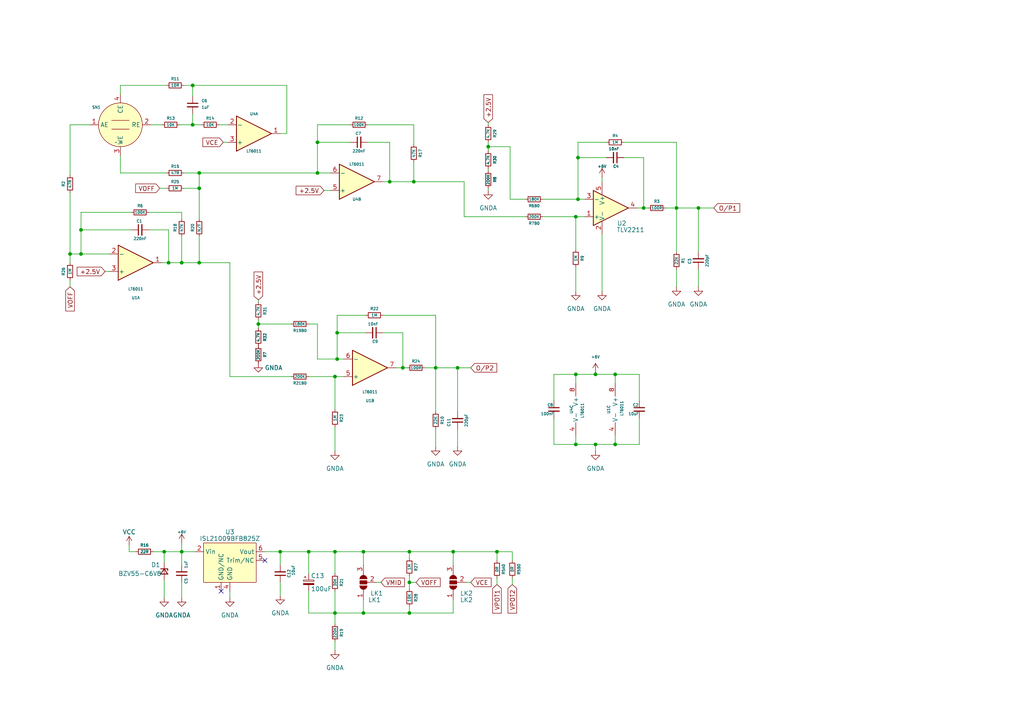
<source format=kicad_sch>
(kicad_sch (version 20250114) (generator "eeschema") (generator_version "9.0")
  (paper "A4")
  (title_block (title "OGS_Board") (date "2024-09-09") (rev "1") (company "Oizom Instruments Private Limited") (comment 1 "H2S / CO / SO2"))
  (lib_symbols
    (symbol "Amplifier_Operational:LM358" (pin_names (offset 0.127))
      (property "Reference" "U" (at 0 5.08 0))
      (property "Value" "LM358" (at 0 -5.08 0))
      (symbol "LM358_1_1"
        (polyline (pts (xy -5.08 5.08) (xy 5.08 0) (xy -5.08 -5.08) (xy -5.08 5.08)) (stroke (width 0.254)) (fill (type background)))
        (pin input line (at -7.62 2.54 0) (length 2.54) (name "+") (number "3"))
        (pin input line (at -7.62 -2.54 0) (length 2.54) (name "-") (number "2"))
        (pin output line (at 7.62 0 180) (length 2.54) (name "~") (number "1"))
      )
      (symbol "LM358_2_1"
        (polyline (pts (xy -5.08 5.08) (xy 5.08 0) (xy -5.08 -5.08) (xy -5.08 5.08)) (stroke (width 0.254)) (fill (type background)))
        (pin input line (at -7.62 2.54 0) (length 2.54) (name "+") (number "5"))
        (pin input line (at -7.62 -2.54 0) (length 2.54) (name "-") (number "6"))
        (pin output line (at 7.62 0 180) (length 2.54) (name "~") (number "7"))
      )
      (symbol "LM358_3_1"
        (pin power_in line (at -2.54 7.62 270) (length 3.81) (name "V+") (number "8"))
        (pin power_in line (at -2.54 -7.62 90) (length 3.81) (name "V-") (number "4"))
      )
    )
    (symbol "Device:C_Polarized_Small" (pin_numbers (hide yes)) (pin_names (offset 0.254) (hide yes))
      (property "Reference" "C" (at 0.254 1.778 0))
      (property "Value" "C_Polarized_Small" (at 0.254 -2.032 0))
      (symbol "C_Polarized_Small_0_1"
        (rectangle (start -1.524 0.6858) (end 1.524 0.3048))
        (rectangle (start -1.524 -0.3048) (end 1.524 -0.6858) (fill (type outline)))
        (polyline (pts (xy -1.27 1.524) (xy -0.762 1.524)))
        (polyline (pts (xy -1.016 1.27) (xy -1.016 1.778)))
      )
      (symbol "C_Polarized_Small_1_1"
        (pin passive line (at 0 2.54 270) (length 1.8542) (name "~") (number "1"))
        (pin passive line (at 0 -2.54 90) (length 1.8542) (name "~") (number "2"))
      )
    )
    (symbol "Device:C_Small" (pin_numbers (hide yes)) (pin_names (offset 0.254) (hide yes))
      (property "Reference" "C" (at 0.254 1.778 0))
      (property "Value" "C_Small" (at 0.254 -2.032 0))
      (symbol "C_Small_0_1"
        (polyline (pts (xy -1.524 0.508) (xy 1.524 0.508)) (stroke (width 0.3048)))
        (polyline (pts (xy -1.524 -0.508) (xy 1.524 -0.508)) (stroke (width 0.3302)))
      )
      (symbol "C_Small_1_1"
        (pin passive line (at 0 2.54 270) (length 2.032) (name "~") (number "1"))
        (pin passive line (at 0 -2.54 90) (length 2.032) (name "~") (number "2"))
      )
    )
    (symbol "Device:D_Zener_Small" (pin_numbers (hide yes)) (pin_names (offset 0.254) (hide yes))
      (property "Reference" "D" (at 0 2.286 0))
      (property "Value" "D_Zener_Small" (at 0 -2.286 0))
      (symbol "D_Zener_Small_0_1"
        (polyline (pts (xy -0.254 1.016) (xy -0.762 1.016) (xy -0.762 -1.016)) (stroke (width 0.254)))
        (polyline (pts (xy 0.762 1.016) (xy -0.762 0) (xy 0.762 -1.016) (xy 0.762 1.016)) (stroke (width 0.254)))
        (polyline (pts (xy 0.762 0) (xy -0.762 0)))
      )
      (symbol "D_Zener_Small_1_1"
        (pin passive line (at -2.54 0 0) (length 1.778) (name "K") (number "1"))
        (pin passive line (at 2.54 0 180) (length 1.778) (name "A") (number "2"))
      )
    )
    (symbol "Device:R_Small" (pin_numbers (hide yes)) (pin_names (offset 0.254) (hide yes))
      (property "Reference" "R" (at 0.762 0.508 0))
      (property "Value" "R_Small" (at 0.762 -1.016 0))
      (symbol "R_Small_0_1"
        (rectangle (start -0.762 1.778) (end 0.762 -1.778) (stroke (width 0.2032)))
      )
      (symbol "R_Small_1_1"
        (pin passive line (at 0 2.54 270) (length 0.762) (name "~") (number "1"))
        (pin passive line (at 0 -2.54 90) (length 0.762) (name "~") (number "2"))
      )
    )
    (symbol "Jumper:SolderJumper_3_Open" (pin_names (offset 0) (hide yes))
      (property "Reference" "JP" (at -2.54 -2.54 0))
      (property "Value" "SolderJumper_3_Open" (at 0 2.794 0))
      (symbol "SolderJumper_3_Open_0_1"
        (polyline (pts (xy -2.54 0) (xy -2.032 0)))
        (polyline (pts (xy -1.016 1.016) (xy -1.016 -1.016)))
        (arc (start -1.016 -1.016) (mid -2.0276 0) (end -1.016 1.016))
        (arc (start -1.016 -1.016) (mid -2.0276 0) (end -1.016 1.016) (fill (type outline)))
        (rectangle (start -0.508 1.016) (end 0.508 -1.016) (fill (type outline)))
        (polyline (pts (xy 0 -1.27) (xy 0 -1.016)))
        (arc (start 1.016 1.016) (mid 2.0276 0) (end 1.016 -1.016))
        (arc (start 1.016 1.016) (mid 2.0276 0) (end 1.016 -1.016) (fill (type outline)))
        (polyline (pts (xy 1.016 1.016) (xy 1.016 -1.016)))
        (polyline (pts (xy 2.54 0) (xy 2.032 0)))
      )
      (symbol "SolderJumper_3_Open_1_1"
        (pin passive line (at -5.08 0 0) (length 2.54) (name "A") (number "1"))
        (pin passive line (at 0 -3.81 90) (length 2.54) (name "C") (number "2"))
        (pin passive line (at 5.08 0 180) (length 2.54) (name "B") (number "3"))
      )
    )
    (symbol "OIZOM_GAS_SESNOR:Alphasense-B4"
      (property "Reference" "SN1" (at -7.62 -6.985 0))
      (property "Value" "~" (at -1.27 -5.08 0))
      (symbol "Alphasense-B4_0_1"
        (polyline (pts (xy -2.54 1.27) (xy 2.54 1.27)))
        (polyline (pts (xy -2.54 -1.27) (xy 2.54 -1.27)))
      )
      (symbol "Alphasense-B4_1_1"
        (circle (center 0 0) (radius 6.35) (fill (type background)))
        (pin output line (at -8.89 0 0) (length 2.54) (name "AE") (number "1"))
        (pin input line (at 0 8.89 270) (length 2.54) (name "CE") (number "4"))
        (pin output line (at 0 -8.89 90) (length 2.54) (name "WE") (number "3"))
        (pin input line (at 8.89 0 180) (length 2.54) (name "RE") (number "2"))
      )
    )
    (symbol "Operational-Amplifiers:TLV2211" (pin_names (offset 0.127))
      (property "Reference" "U2" (at 5.08 6.35 0))
      (property "Value" "TLV2211" (at 5.08 4.445 0))
      (symbol "TLV2211_0_1"
        (polyline (pts (xy -5.08 5.08) (xy 5.08 0) (xy -5.08 -5.08) (xy -5.08 5.08)) (stroke (width 0.254)) (fill (type background)))
        (pin power_in line (at -2.54 7.62 270) (length 3.81) (name "V+") (number "5"))
        (pin power_in line (at -2.54 -7.62 90) (length 3.81) (name "V-") (number "2"))
      )
      (symbol "TLV2211_1_1"
        (pin input line (at -7.62 2.54 0) (length 2.54) (name "-") (number "3"))
        (pin input line (at -7.62 -2.54 0) (length 2.54) (name "+") (number "1"))
        (pin output line (at 7.62 0 180) (length 2.54) (name "~") (number "4"))
      )
    )
    (symbol "Voltage-Reference:ISL21009BFB825Z"
      (property "Reference" "U" (at 0 10.16 0))
      (property "Value" "ISL21009BFB825Z" (at 0 7.62 0))
      (symbol "ISL21009BFB825Z_1_1"
        (rectangle (start -7.62 5.08) (end 7.62 -6.35) (fill (type background)))
        (pin output line (at -10.16 2.54 0) (length 2.54) (name "Vin") (number "2"))
        (pin output line (at -2.54 -8.89 90) (length 2.54) (name "GND/NC") (number "1"))
        (pin output line (at 0 -8.89 90) (length 2.54) (name "GND") (number "4"))
        (pin no_connect line (at 2.54 -8.89 90) (length 2.54) (hide yes) (name "NC") (number "3"))
        (pin no_connect line (at 2.54 -8.89 90) (length 2.54) (hide yes) (name "NC") (number "7"))
        (pin no_connect line (at 2.54 -8.89 90) (length 2.54) (hide yes) (name "NC") (number "8"))
        (pin output line (at 10.16 2.54 180) (length 2.54) (name "Vout") (number "6"))
        (pin output line (at 10.16 0 180) (length 2.54) (name "Trim/NC") (number "5"))
      )
    )
    (symbol "power:+6V" (power) (pin_names (offset 0))
      (property "Value" "+6V" (at 0 3.556 0))
      (symbol "+6V_0_1"
        (polyline (pts (xy -0.762 1.27) (xy 0 2.54)))
        (polyline (pts (xy 0 2.54) (xy 0.762 1.27)))
        (polyline (pts (xy 0 0) (xy 0 2.54)))
      )
      (symbol "+6V_1_1"
        (pin power_in line (at 0 0 90) (length 0) (hide yes) (name "+6V") (number "1"))
      )
    )
    (symbol "power:GNDA" (power) (pin_names (offset 0))
      (property "Value" "GNDA" (at 0 -3.81 0))
      (symbol "GNDA_0_1"
        (polyline (pts (xy 0 0) (xy 0 -1.27) (xy 1.27 -1.27) (xy 0 -2.54) (xy -1.27 -1.27) (xy 0 -1.27)))
      )
      (symbol "GNDA_1_1"
        (pin power_in line (at 0 0 270) (length 0) (hide yes) (name "GNDA") (number "1"))
      )
    )
    (symbol "power:VCC" (power) (pin_names (offset 0))
      (property "Value" "VCC" (at 0 3.81 0))
      (symbol "VCC_0_1"
        (polyline (pts (xy -0.762 1.27) (xy 0 2.54)))
        (polyline (pts (xy 0 2.54) (xy 0.762 1.27)))
        (polyline (pts (xy 0 0) (xy 0 2.54)))
      )
      (symbol "VCC_1_1"
        (pin power_in line (at 0 0 90) (length 0) (hide yes) (name "VCC") (number "1"))
      )
    )
  )
  (junction (at 113.03 52.705))
  (junction (at 55.88 36.195))
  (junction (at 131.445 160.02))
  (junction (at 141.605 42.545))
  (junction (at 105.41 160.02))
  (junction (at 118.745 168.91))
  (junction (at 52.705 76.2))
  (junction (at 47.625 160.02))
  (junction (at 118.745 177.8))
  (junction (at 74.93 93.98))
  (junction (at 57.785 54.61))
  (junction (at 167.64 45.72))
  (junction (at 186.69 60.325))
  (junction (at 57.785 76.2))
  (junction (at 132.715 106.68))
  (junction (at 196.215 60.325))
  (junction (at 23.495 73.66))
  (junction (at 105.41 177.8))
  (junction (at 48.895 76.2))
  (junction (at 97.155 160.02))
  (junction (at 89.535 160.02))
  (junction (at 55.88 24.765))
  (junction (at 52.705 160.02))
  (junction (at 23.495 66.675))
  (junction (at 97.155 177.8))
  (junction (at 178.435 128.905))
  (junction (at 81.28 160.02))
  (junction (at 126.365 106.68))
  (junction (at 92.075 41.275))
  (junction (at 167.005 108.585))
  (junction (at 178.435 108.585))
  (junction (at 144.145 160.02))
  (junction (at 118.745 160.02))
  (junction (at 97.155 109.22))
  (junction (at 97.79 96.52))
  (junction (at 202.565 60.325))
  (junction (at 116.84 106.68))
  (junction (at 167.005 62.865))
  (junction (at 20.32 73.66))
  (junction (at 97.79 104.14))
  (junction (at 167.64 57.785))
  (junction (at 57.785 50.165))
  (junction (at 172.72 128.905))
  (junction (at 172.72 108.585))
  (junction (at 167.005 128.905))
  (junction (at 120.015 52.705))
  (junction (at 92.075 50.165))
  (no_connect (at 64.135 171.45))
  (no_connect (at 76.835 162.56))
  (wire (pts (xy 185.42 116.205) (xy 185.42 108.585)))
  (wire (pts (xy 23.495 61.595) (xy 23.495 66.675)))
  (wire (pts (xy 120.015 36.195) (xy 106.68 36.195)))
  (wire (pts (xy 20.32 50.8) (xy 20.32 36.195)))
  (wire (pts (xy 57.785 50.165) (xy 92.075 50.165)))
  (wire (pts (xy 55.88 24.765) (xy 83.185 24.765)))
  (wire (pts (xy 111.125 91.44) (xy 126.365 91.44)))
  (wire (pts (xy 97.155 109.22) (xy 99.695 109.22)))
  (wire (pts (xy 141.605 42.545) (xy 141.605 43.815)))
  (wire (pts (xy 141.605 35.56) (xy 141.605 36.195)))
  (wire (pts (xy 89.535 93.98) (xy 92.075 93.98)))
  (wire (pts (xy 116.84 96.52) (xy 116.84 106.68)))
  (wire (pts (xy 202.565 78.105) (xy 202.565 83.185)))
  (wire (pts (xy 131.445 160.02) (xy 144.145 160.02)))
  (wire (pts (xy 43.18 61.595) (xy 52.705 61.595)))
  (wire (pts (xy 120.015 41.91) (xy 120.015 36.195)))
  (wire (pts (xy 167.64 45.72) (xy 175.895 45.72)))
  (wire (pts (xy 131.445 163.83) (xy 131.445 160.02)))
  (wire (pts (xy 53.34 24.765) (xy 55.88 24.765)))
  (wire (pts (xy 160.655 121.285) (xy 160.655 128.905)))
  (wire (pts (xy 53.34 50.165) (xy 57.785 50.165)))
  (wire (pts (xy 148.59 162.56) (xy 148.59 160.02)))
  (wire (pts (xy 118.745 168.91) (xy 120.65 168.91)))
  (wire (pts (xy 105.41 163.83) (xy 105.41 160.02)))
  (wire (pts (xy 113.03 52.705) (xy 120.015 52.705)))
  (wire (pts (xy 174.625 51.435) (xy 174.625 52.705)))
  (wire (pts (xy 185.42 108.585) (xy 178.435 108.585)))
  (wire (pts (xy 126.365 106.68) (xy 126.365 119.38)))
  (wire (pts (xy 47.625 160.02) (xy 47.625 163.195)))
  (wire (pts (xy 37.465 160.02) (xy 39.37 160.02)))
  (wire (pts (xy 178.435 111.125) (xy 178.435 108.585)))
  (wire (pts (xy 63.5 36.195) (xy 66.04 36.195)))
  (wire (pts (xy 97.155 123.825) (xy 97.155 130.81)))
  (wire (pts (xy 132.715 106.68) (xy 136.525 106.68)))
  (wire (pts (xy 43.815 36.195) (xy 46.99 36.195)))
  (wire (pts (xy 97.155 166.37) (xy 97.155 160.02)))
  (wire (pts (xy 147.955 57.785) (xy 147.955 42.545)))
  (wire (pts (xy 167.005 62.865) (xy 169.545 62.865)))
  (wire (pts (xy 52.705 160.02) (xy 52.705 163.83)))
  (wire (pts (xy 160.655 108.585) (xy 167.005 108.585)))
  (wire (pts (xy 43.18 66.675) (xy 48.895 66.675)))
  (wire (pts (xy 52.705 61.595) (xy 52.705 63.5)))
  (wire (pts (xy 126.365 124.46) (xy 126.365 129.54)))
  (wire (pts (xy 178.435 128.905) (xy 178.435 126.365)))
  (wire (pts (xy 175.895 41.275) (xy 167.64 41.275)))
  (wire (pts (xy 20.32 36.195) (xy 26.035 36.195)))
  (wire (pts (xy 118.745 160.02) (xy 131.445 160.02)))
  (wire (pts (xy 74.93 93.98) (xy 74.93 95.25)))
  (wire (pts (xy 97.155 177.8) (xy 97.155 180.975)))
  (wire (pts (xy 81.28 168.91) (xy 81.28 172.72)))
  (wire (pts (xy 89.535 171.45) (xy 89.535 177.8)))
  (wire (pts (xy 81.28 160.02) (xy 76.835 160.02)))
  (wire (pts (xy 144.145 167.64) (xy 144.145 169.545)))
  (wire (pts (xy 38.1 61.595) (xy 23.495 61.595)))
  (wire (pts (xy 57.785 76.2) (xy 66.675 76.2)))
  (wire (pts (xy 23.495 73.66) (xy 31.75 73.66)))
  (wire (pts (xy 167.005 62.865) (xy 167.005 72.39)))
  (wire (pts (xy 118.745 167.005) (xy 118.745 168.91)))
  (wire (pts (xy 47.625 168.275) (xy 47.625 173.355)))
  (wire (pts (xy 57.785 54.61) (xy 57.785 50.165)))
  (wire (pts (xy 55.88 33.02) (xy 55.88 36.195)))
  (wire (pts (xy 167.005 128.905) (xy 160.655 128.905)))
  (wire (pts (xy 157.48 57.785) (xy 167.64 57.785)))
  (wire (pts (xy 126.365 106.68) (xy 123.19 106.68)))
  (wire (pts (xy 141.605 48.895) (xy 141.605 49.53)))
  (wire (pts (xy 97.155 186.055) (xy 97.155 188.595)))
  (wire (pts (xy 172.72 107.95) (xy 172.72 108.585)))
  (wire (pts (xy 126.365 91.44) (xy 126.365 106.68)))
  (wire (pts (xy 132.715 119.38) (xy 132.715 106.68)))
  (wire (pts (xy 134.62 62.865) (xy 152.4 62.865)))
  (wire (pts (xy 81.28 38.735) (xy 83.185 38.735)))
  (wire (pts (xy 48.895 66.675) (xy 48.895 76.2)))
  (wire (pts (xy 64.77 41.275) (xy 66.04 41.275)))
  (wire (pts (xy 34.925 24.765) (xy 48.26 24.765)))
  (wire (pts (xy 97.79 96.52) (xy 97.79 104.14)))
  (wire (pts (xy 74.93 93.98) (xy 84.455 93.98)))
  (wire (pts (xy 172.72 108.585) (xy 178.435 108.585)))
  (wire (pts (xy 52.705 157.48) (xy 52.705 160.02)))
  (wire (pts (xy 126.365 106.68) (xy 132.715 106.68)))
  (wire (pts (xy 53.34 54.61) (xy 57.785 54.61)))
  (wire (pts (xy 167.005 77.47) (xy 167.005 84.455)))
  (wire (pts (xy 52.705 168.91) (xy 52.705 173.355)))
  (wire (pts (xy 30.48 78.74) (xy 31.75 78.74)))
  (wire (pts (xy 97.155 160.02) (xy 89.535 160.02)))
  (wire (pts (xy 57.785 68.58) (xy 57.785 76.2)))
  (wire (pts (xy 89.535 109.22) (xy 97.155 109.22)))
  (wire (pts (xy 20.32 73.66) (xy 20.32 76.2)))
  (wire (pts (xy 141.605 54.61) (xy 141.605 55.245)))
  (wire (pts (xy 180.975 45.72) (xy 186.69 45.72)))
  (wire (pts (xy 23.495 66.675) (xy 23.495 73.66)))
  (wire (pts (xy 113.03 52.705) (xy 113.03 41.275)))
  (wire (pts (xy 114.935 106.68) (xy 116.84 106.68)))
  (wire (pts (xy 20.32 55.88) (xy 20.32 73.66)))
  (wire (pts (xy 52.07 36.195) (xy 55.88 36.195)))
  (wire (pts (xy 141.605 42.545) (xy 147.955 42.545)))
  (wire (pts (xy 20.32 73.66) (xy 23.495 73.66)))
  (wire (pts (xy 172.72 128.905) (xy 172.72 130.81)))
  (wire (pts (xy 20.32 81.28) (xy 20.32 83.185)))
  (wire (pts (xy 101.6 36.195) (xy 92.075 36.195)))
  (wire (pts (xy 34.925 50.165) (xy 48.26 50.165)))
  (wire (pts (xy 157.48 62.865) (xy 167.005 62.865)))
  (wire (pts (xy 46.99 76.2) (xy 48.895 76.2)))
  (wire (pts (xy 196.215 60.325) (xy 196.215 73.025)))
  (wire (pts (xy 174.625 84.455) (xy 174.625 67.945)))
  (wire (pts (xy 97.79 96.52) (xy 106.045 96.52)))
  (wire (pts (xy 92.075 104.14) (xy 97.79 104.14)))
  (wire (pts (xy 97.79 91.44) (xy 97.79 96.52)))
  (wire (pts (xy 135.255 168.91) (xy 136.525 168.91)))
  (wire (pts (xy 46.355 54.61) (xy 48.26 54.61)))
  (wire (pts (xy 55.88 36.195) (xy 58.42 36.195)))
  (wire (pts (xy 148.59 167.64) (xy 148.59 169.545)))
  (wire (pts (xy 52.705 76.2) (xy 57.785 76.2)))
  (wire (pts (xy 118.745 168.91) (xy 118.745 170.815)))
  (wire (pts (xy 118.745 161.925) (xy 118.745 160.02)))
  (wire (pts (xy 84.455 109.22) (xy 66.675 109.22)))
  (wire (pts (xy 184.785 60.325) (xy 186.69 60.325)))
  (wire (pts (xy 185.42 128.905) (xy 178.435 128.905)))
  (wire (pts (xy 134.62 52.705) (xy 120.015 52.705)))
  (wire (pts (xy 106.045 91.44) (xy 97.79 91.44)))
  (wire (pts (xy 97.79 104.14) (xy 99.695 104.14)))
  (wire (pts (xy 92.075 41.275) (xy 101.6 41.275)))
  (wire (pts (xy 97.155 109.22) (xy 97.155 118.745)))
  (wire (pts (xy 34.925 27.305) (xy 34.925 24.765)))
  (wire (pts (xy 111.125 52.705) (xy 113.03 52.705)))
  (wire (pts (xy 167.005 126.365) (xy 167.005 128.905)))
  (wire (pts (xy 52.705 160.02) (xy 56.515 160.02)))
  (wire (pts (xy 37.465 158.115) (xy 37.465 160.02)))
  (wire (pts (xy 74.93 92.71) (xy 74.93 93.98)))
  (wire (pts (xy 93.98 55.245) (xy 95.885 55.245)))
  (wire (pts (xy 81.28 163.83) (xy 81.28 160.02)))
  (wire (pts (xy 66.675 171.45) (xy 66.675 173.355)))
  (wire (pts (xy 118.745 175.895) (xy 118.745 177.8)))
  (wire (pts (xy 131.445 177.8) (xy 118.745 177.8)))
  (wire (pts (xy 47.625 160.02) (xy 52.705 160.02)))
  (wire (pts (xy 144.145 162.56) (xy 144.145 160.02)))
  (wire (pts (xy 185.42 121.285) (xy 185.42 128.905)))
  (wire (pts (xy 97.155 171.45) (xy 97.155 177.8)))
  (wire (pts (xy 167.005 108.585) (xy 172.72 108.585)))
  (wire (pts (xy 116.84 106.68) (xy 118.11 106.68)))
  (wire (pts (xy 92.075 41.275) (xy 92.075 50.165)))
  (wire (pts (xy 202.565 60.325) (xy 196.215 60.325)))
  (wire (pts (xy 134.62 62.865) (xy 134.62 52.705)))
  (wire (pts (xy 196.215 78.105) (xy 196.215 83.185)))
  (wire (pts (xy 66.675 76.2) (xy 66.675 109.22)))
  (wire (pts (xy 89.535 177.8) (xy 97.155 177.8)))
  (wire (pts (xy 167.005 128.905) (xy 172.72 128.905)))
  (wire (pts (xy 89.535 166.37) (xy 89.535 160.02)))
  (wire (pts (xy 113.03 41.275) (xy 106.68 41.275)))
  (wire (pts (xy 180.975 41.275) (xy 196.215 41.275)))
  (wire (pts (xy 167.64 57.785) (xy 169.545 57.785)))
  (wire (pts (xy 167.64 41.275) (xy 167.64 45.72)))
  (wire (pts (xy 105.41 173.99) (xy 105.41 177.8)))
  (wire (pts (xy 92.075 50.165) (xy 95.885 50.165)))
  (wire (pts (xy 160.655 108.585) (xy 160.655 116.205)))
  (wire (pts (xy 34.925 45.085) (xy 34.925 50.165)))
  (wire (pts (xy 186.69 60.325) (xy 187.96 60.325)))
  (wire (pts (xy 74.93 86.995) (xy 74.93 87.63)))
  (wire (pts (xy 92.075 93.98) (xy 92.075 104.14)))
  (wire (pts (xy 131.445 173.99) (xy 131.445 177.8)))
  (wire (pts (xy 55.88 24.765) (xy 55.88 27.94)))
  (wire (pts (xy 52.705 68.58) (xy 52.705 76.2)))
  (wire (pts (xy 132.715 124.46) (xy 132.715 129.54)))
  (wire (pts (xy 44.45 160.02) (xy 47.625 160.02)))
  (wire (pts (xy 202.565 73.025) (xy 202.565 60.325)))
  (wire (pts (xy 89.535 160.02) (xy 81.28 160.02)))
  (wire (pts (xy 118.745 177.8) (xy 105.41 177.8)))
  (wire (pts (xy 167.64 45.72) (xy 167.64 57.785)))
  (wire (pts (xy 186.69 45.72) (xy 186.69 60.325)))
  (wire (pts (xy 109.22 168.91) (xy 110.49 168.91)))
  (wire (pts (xy 92.075 36.195) (xy 92.075 41.275)))
  (wire (pts (xy 202.565 60.325) (xy 207.01 60.325)))
  (wire (pts (xy 105.41 177.8) (xy 97.155 177.8)))
  (wire (pts (xy 23.495 66.675) (xy 38.1 66.675)))
  (wire (pts (xy 196.215 41.275) (xy 196.215 60.325)))
  (wire (pts (xy 148.59 160.02) (xy 144.145 160.02)))
  (wire (pts (xy 105.41 160.02) (xy 97.155 160.02)))
  (wire (pts (xy 111.125 96.52) (xy 116.84 96.52)))
  (wire (pts (xy 152.4 57.785) (xy 147.955 57.785)))
  (wire (pts (xy 83.185 38.735) (xy 83.185 24.765)))
  (wire (pts (xy 196.215 60.325) (xy 193.04 60.325)))
  (wire (pts (xy 105.41 160.02) (xy 118.745 160.02)))
  (wire (pts (xy 167.005 108.585) (xy 167.005 111.125)))
  (wire (pts (xy 120.015 46.99) (xy 120.015 52.705)))
  (wire (pts (xy 48.895 76.2) (xy 52.705 76.2)))
  (wire (pts (xy 141.605 41.275) (xy 141.605 42.545)))
  (wire (pts (xy 172.72 128.905) (xy 178.435 128.905)))
  (wire (pts (xy 57.785 54.61) (xy 57.785 63.5)))
  (global_label "+2.5V" (shape input) (at 141.605 35.56 90) (property "Intersheetrefs" "${INTERSHEET_REFS}" (effects (hide yes))))
  (global_label "VPOT2" (shape input) (at 148.59 169.545 270) (property "Intersheetrefs" "${INTERSHEET_REFS}" (effects (hide yes))))
  (global_label "VMID" (shape input) (at 110.49 168.91 0) (property "Intersheetrefs" "${INTERSHEET_REFS}" (effects (hide yes))))
  (global_label "VCE" (shape input) (at 136.525 168.91 0) (property "Intersheetrefs" "${INTERSHEET_REFS}" (effects (hide yes))))
  (global_label "VCE" (shape input) (at 64.77 41.275 180) (property "Intersheetrefs" "${INTERSHEET_REFS}" (effects (hide yes))))
  (global_label "+2.5V" (shape input) (at 30.48 78.74 180) (property "Intersheetrefs" "${INTERSHEET_REFS}" (effects (hide yes))))
  (global_label "O{slash}P2" (shape input) (at 136.525 106.68 0) (property "Intersheetrefs" "${INTERSHEET_REFS}" (effects (hide yes))))
  (global_label "VOFF" (shape input) (at 46.355 54.61 180) (property "Intersheetrefs" "${INTERSHEET_REFS}" (effects (hide yes))))
  (global_label "+2.5V" (shape input) (at 93.98 55.245 180) (property "Intersheetrefs" "${INTERSHEET_REFS}" (effects (hide yes))))
  (global_label "VOFF" (shape input) (at 20.32 83.185 270) (property "Intersheetrefs" "${INTERSHEET_REFS}" (effects (hide yes))))
  (global_label "O{slash}P1" (shape input) (at 207.01 60.325 0) (property "Intersheetrefs" "${INTERSHEET_REFS}" (effects (hide yes))))
  (global_label "VPOT1" (shape input) (at 144.145 169.545 270) (property "Intersheetrefs" "${INTERSHEET_REFS}" (effects (hide yes))))
  (global_label "+2.5V" (shape input) (at 74.93 86.995 90) (property "Intersheetrefs" "${INTERSHEET_REFS}" (effects (hide yes))))
  (global_label "VOFF" (shape input) (at 120.65 168.91 0) (property "Intersheetrefs" "${INTERSHEET_REFS}" (effects (hide yes))))
  (symbol (lib_id "power:GNDA") (at 97.155 130.81 0) (unit 1)
    (property "Reference" "#PWR04" (effects (hide yes)))
    (property "Value" "GNDA" (at 97.155 135.89 0))
  )
  (symbol (lib_id "Device:C_Small") (at 160.655 118.745 0) (unit 1)
    (property "Reference" "C8" (at 158.75 117.475 0) (effects (font (size 0.8 0.8)) (justify left)))
    (property "Value" "100nF" (at 156.845 120.015 0) (effects (font (size 0.8 0.8)) (justify left)))
    (property "Footprint" "Capacitor_SMD:C_0603_1608Metric" (effects (hide yes)))
  )
  (symbol (lib_id "Device:R_Small") (at 74.93 102.87 0) (unit 1)
    (property "Reference" "R7" (at 76.835 102.87 90) (effects (font (size 0.8 0.8))))
    (property "Value" "200K" (at 74.93 102.87 90) (effects (font (size 0.8 0.8))))
    (property "Footprint" "Resistor_SMD:R_0603_1608Metric" (effects (hide yes)))
  )
  (symbol (lib_id "Device:R_Small") (at 154.94 57.785 270) (unit 1)
    (property "Reference" "R6B0" (at 154.94 59.69 90) (effects (font (size 0.8 0.8))))
    (property "Value" "180K" (at 154.94 57.785 90) (effects (font (size 0.8 0.8))))
    (property "Footprint" "Resistor_SMD:R_0603_1608Metric" (effects (hide yes)))
  )
  (symbol (lib_id "power:GNDA") (at 167.005 84.455 0) (unit 1)
    (property "Reference" "#PWR08" (effects (hide yes)))
    (property "Value" "GNDA" (at 167.005 89.535 0))
  )
  (symbol (lib_id "Device:R_Small") (at 97.155 121.285 0) (unit 1)
    (property "Reference" "R23" (at 99.06 121.285 90) (effects (font (size 0.8 0.8))))
    (property "Value" "1M" (at 97.155 121.285 90) (effects (font (size 0.8 0.8))))
    (property "Footprint" "Resistor_SMD:R_0603_1608Metric" (effects (hide yes)))
  )
  (symbol (lib_id "Device:R_Small") (at 196.215 75.565 0) (unit 1)
    (property "Reference" "R1" (at 198.12 75.565 90) (effects (font (size 0.8 0.8))))
    (property "Value" "22K" (at 196.215 75.565 90) (effects (font (size 0.8 0.8))))
    (property "Footprint" "Resistor_SMD:R_0603_1608Metric" (effects (hide yes)))
  )
  (symbol (lib_id "Device:R_Small") (at 141.605 38.735 0) (unit 1)
    (property "Reference" "R29" (at 143.51 38.735 90) (effects (font (size 0.8 0.8))))
    (property "Value" "4.7K" (at 141.605 38.735 90) (effects (font (size 0.8 0.8))))
    (property "Footprint" "Resistor_SMD:R_0603_1608Metric" (effects (hide yes)))
  )
  (symbol (lib_id "Device:R_Small") (at 41.91 160.02 90) (unit 1)
    (property "Reference" "R16" (at 41.91 158.115 90) (effects (font (size 0.8 0.8))))
    (property "Value" "22R" (at 41.91 160.02 90) (effects (font (size 0.8 0.8))))
    (property "Footprint" "Resistor_SMD:R_0603_1608Metric" (effects (hide yes)))
  )
  (symbol (lib_id "Device:R_Small") (at 57.785 66.04 180) (unit 1)
    (property "Reference" "R20" (at 55.88 66.04 90) (effects (font (size 0.8 0.8))))
    (property "Value" "N/F" (at 57.785 66.04 90) (effects (font (size 0.8 0.8))))
    (property "Footprint" "Resistor_SMD:R_0603_1608Metric" (effects (hide yes)))
  )
  (symbol (lib_id "Amplifier_Operational:LM358") (at 107.315 106.68 0) (mirror x) (unit 2)
    (property "Reference" "U1" (at 107.315 116.205 0) (effects (font (size 0.8 0.8))))
    (property "Value" "LT6011" (at 107.315 113.665 0) (effects (font (size 0.8 0.8))))
    (property "Footprint" "Package_SO:SOIC-8_3.9x4.9mm_P1.27mm" (effects (hide yes)))
    (property "Datasheet" "https://www.analog.com/media/en/technical-documentation/data-sheets/60112fc.pdf" (effects (hide yes)))
  )
  (symbol (lib_id "Device:R_Small") (at 97.155 168.91 0) (unit 1)
    (property "Reference" "R21" (at 99.06 168.91 90) (effects (font (size 0.8 0.8))))
    (property "Value" "30K" (at 97.155 168.91 90) (effects (font (size 0.8 0.8))))
    (property "Footprint" "Resistor_SMD:R_0603_1608Metric" (effects (hide yes)))
  )
  (symbol (lib_id "Device:C_Small") (at 81.28 166.37 180) (unit 1)
    (property "Reference" "C12" (at 83.82 165.1 90) (effects (font (size 0.8 0.8)) (justify left)))
    (property "Value" "10uF" (at 85.09 163.83 90) (effects (font (size 0.8 0.8)) (justify left)))
    (property "Footprint" "Capacitor_SMD:C_0603_1608Metric" (effects (hide yes)))
  )
  (symbol (lib_id "Device:R_Small") (at 118.745 173.355 0) (unit 1)
    (property "Reference" "R28" (at 120.65 173.355 90) (effects (font (size 0.8 0.8))))
    (property "Value" "10K" (at 118.745 173.355 90) (effects (font (size 0.8 0.8))))
    (property "Footprint" "Resistor_SMD:R_0603_1608Metric" (effects (hide yes)))
  )
  (symbol (lib_id "Voltage-Reference:ISL21009BFB825Z") (at 66.675 162.56 0) (unit 1)
    (property "Reference" "U3" (at 66.675 154.305 0))
    (property "Value" "ISL21009BFB825Z" (at 66.675 156.21 0))
    (property "Footprint" "Package_SO:SOIC-8_3.9x4.9mm_P1.27mm" (effects (hide yes)))
  )
  (symbol (lib_id "Device:R_Small") (at 148.59 165.1 0) (unit 1)
    (property "Reference" "R5B0" (at 150.495 165.1 90) (effects (font (size 0.8 0.8))))
    (property "Value" "0R" (at 148.59 165.1 90) (effects (font (size 0.8 0.8))))
    (property "Footprint" "Resistor_SMD:R_0603_1608Metric" (effects (hide yes)))
  )
  (symbol (lib_id "Device:R_Small") (at 141.605 46.355 0) (unit 1)
    (property "Reference" "R30" (at 143.51 46.355 90) (effects (font (size 0.8 0.8))))
    (property "Value" "4.7K" (at 141.605 46.355 90) (effects (font (size 0.8 0.8))))
    (property "Footprint" "Resistor_SMD:R_0603_1608Metric" (effects (hide yes)))
  )
  (symbol (lib_id "Device:C_Small") (at 132.715 121.92 180) (unit 1)
    (property "Reference" "C11" (at 130.175 121.285 90) (effects (font (size 0.8 0.8)) (justify left)))
    (property "Value" "220pF" (at 135.255 120.015 90) (effects (font (size 0.8 0.8)) (justify left)))
    (property "Footprint" "Capacitor_SMD:C_0603_1608Metric" (effects (hide yes)))
  )
  (symbol (lib_id "Device:R_Small") (at 52.705 66.04 180) (unit 1)
    (property "Reference" "R18" (at 50.8 66.04 90) (effects (font (size 0.8 0.8))))
    (property "Value" "47K" (at 52.705 66.04 90) (effects (font (size 0.8 0.8))))
    (property "Footprint" "Resistor_SMD:R_0603_1608Metric" (effects (hide yes)))
  )
  (symbol (lib_id "Device:C_Small") (at 202.565 75.565 180) (unit 1)
    (property "Reference" "C3" (at 200.025 74.93 90) (effects (font (size 0.8 0.8)) (justify left)))
    (property "Value" "220pF" (at 205.105 73.66 90) (effects (font (size 0.8 0.8)) (justify left)))
    (property "Footprint" "Capacitor_SMD:C_0603_1608Metric" (effects (hide yes)))
  )
  (symbol (lib_id "Device:C_Polarized_Small") (at 89.535 168.91 0) (unit 1)
    (property "Reference" "C13" (at 90.17 167.005 0) (effects (justify left)))
    (property "Value" "100uF" (at 90.17 170.815 0) (effects (justify left)))
    (property "Footprint" "Capacitor_Tantalum_SMD:CP_EIA-3528-12_Kemet-T" (effects (hide yes)))
  )
  (symbol (lib_id "power:GNDA") (at 141.605 55.245 0) (unit 1)
    (property "Reference" "#PWR07" (effects (hide yes)))
    (property "Value" "GNDA" (at 141.605 60.325 0))
  )
  (symbol (lib_id "Device:R_Small") (at 50.8 50.165 90) (unit 1)
    (property "Reference" "R15" (at 50.8 48.26 90) (effects (font (size 0.8 0.8))))
    (property "Value" "47R" (at 50.8 50.165 90) (effects (font (size 0.8 0.8))))
    (property "Footprint" "Resistor_SMD:R_0603_1608Metric" (effects (hide yes)))
  )
  (symbol (lib_id "Device:C_Small") (at 178.435 45.72 270) (unit 1)
    (property "Reference" "C4" (at 177.8 48.26 90) (effects (font (size 0.8 0.8)) (justify left)))
    (property "Value" "10nF" (at 176.53 43.18 90) (effects (font (size 0.8 0.8)) (justify left)))
    (property "Footprint" "Capacitor_SMD:C_0603_1608Metric" (effects (hide yes)))
  )
  (symbol (lib_id "Device:R_Small") (at 20.32 53.34 180) (unit 1)
    (property "Reference" "R2" (at 18.415 53.34 90) (effects (font (size 0.8 0.8))))
    (property "Value" "47R" (at 20.32 53.34 90) (effects (font (size 0.8 0.8))))
    (property "Footprint" "Resistor_SMD:R_0603_1608Metric" (effects (hide yes)))
  )
  (symbol (lib_id "Device:R_Small") (at 86.995 109.22 270) (unit 1)
    (property "Reference" "R21B0" (at 86.995 111.125 90) (effects (font (size 0.8 0.8))))
    (property "Value" "200K" (at 86.995 109.22 90) (effects (font (size 0.8 0.8))))
    (property "Footprint" "Resistor_SMD:R_0603_1608Metric" (effects (hide yes)))
  )
  (symbol (lib_id "Device:R_Small") (at 50.8 24.765 90) (unit 1)
    (property "Reference" "R11" (at 50.8 22.86 90) (effects (font (size 0.8 0.8))))
    (property "Value" "10R" (at 50.8 24.765 90) (effects (font (size 0.8 0.8))))
    (property "Footprint" "Resistor_SMD:R_0603_1608Metric" (effects (hide yes)))
  )
  (symbol (lib_id "Device:R_Small") (at 74.93 90.17 0) (unit 1)
    (property "Reference" "R31" (at 76.835 90.17 90) (effects (font (size 0.8 0.8))))
    (property "Value" "4.7K" (at 74.93 90.17 90) (effects (font (size 0.8 0.8))))
    (property "Footprint" "Resistor_SMD:R_0603_1608Metric" (effects (hide yes)))
  )
  (symbol (lib_id "power:GNDA") (at 172.72 130.81 0) (unit 1)
    (property "Reference" "#PWR02" (effects (hide yes)))
    (property "Value" "GNDA" (at 172.72 135.89 0))
  )
  (symbol (lib_id "Device:R_Small") (at 154.94 62.865 270) (unit 1)
    (property "Reference" "R7B0" (at 154.94 64.77 90) (effects (font (size 0.8 0.8))))
    (property "Value" "200K" (at 154.94 62.865 90) (effects (font (size 0.8 0.8))))
    (property "Footprint" "Resistor_SMD:R_0603_1608Metric" (effects (hide yes)))
  )
  (symbol (lib_id "Amplifier_Operational:LM358") (at 180.975 118.745 0) (unit 3)
    (property "Reference" "U1" (at 176.53 120.015 90) (effects (font (size 0.8 0.8)) (justify left)))
    (property "Value" "LT6011" (at 180.34 120.65 90) (effects (font (size 0.8 0.8)) (justify left)))
    (property "Footprint" "Package_SO:SOIC-8_3.9x4.9mm_P1.27mm" (effects (hide yes)))
    (property "Datasheet" "https://www.analog.com/media/en/technical-documentation/data-sheets/60112fc.pdf" (effects (hide yes)))
  )
  (symbol (lib_id "Device:R_Small") (at 49.53 36.195 90) (unit 1)
    (property "Reference" "R13" (at 49.53 34.29 90) (effects (font (size 0.8 0.8))))
    (property "Value" "10K" (at 49.53 36.195 90) (effects (font (size 0.8 0.8))))
    (property "Footprint" "Resistor_SMD:R_0603_1608Metric" (effects (hide yes)))
  )
  (symbol (lib_id "power:GNDA") (at 81.28 172.72 0) (unit 1)
    (property "Reference" "#PWR017" (effects (hide yes)))
    (property "Value" "GNDA" (at 81.28 177.8 0))
  )
  (symbol (lib_id "Device:C_Small") (at 104.14 41.275 90) (unit 1)
    (property "Reference" "C7" (at 104.775 38.735 90) (effects (font (size 0.8 0.8)) (justify left)))
    (property "Value" "220nF" (at 106.045 43.815 90) (effects (font (size 0.8 0.8)) (justify left)))
    (property "Footprint" "Capacitor_SMD:C_0603_1608Metric" (effects (hide yes)))
  )
  (symbol (lib_id "Amplifier_Operational:LM358") (at 169.545 118.745 0) (unit 3)
    (property "Reference" "U4" (at 165.735 120.015 90) (effects (font (size 0.8 0.8)) (justify left)))
    (property "Value" "LT6011" (at 168.91 121.285 90) (effects (font (size 0.8 0.8)) (justify left)))
    (property "Footprint" "Package_SO:SOIC-8_3.9x4.9mm_P1.27mm" (effects (hide yes)))
    (property "Datasheet" "https://www.analog.com/media/en/technical-documentation/data-sheets/60112fc.pdf" (effects (hide yes)))
  )
  (symbol (lib_id "Device:R_Small") (at 108.585 91.44 90) (unit 1)
    (property "Reference" "R22" (at 108.585 89.535 90) (effects (font (size 0.8 0.8))))
    (property "Value" "1M" (at 108.585 91.44 90) (effects (font (size 0.8 0.8))))
    (property "Footprint" "Resistor_SMD:R_0603_1608Metric" (effects (hide yes)))
  )
  (symbol (lib_id "power:+6V") (at 174.625 51.435 0) (unit 1)
    (property "Reference" "#PWR011" (effects (hide yes)))
    (property "Value" "+6V" (at 174.625 48.26 0) (effects (font (size 0.8 0.8))))
  )
  (symbol (lib_id "Device:R_Small") (at 120.015 44.45 180) (unit 1)
    (property "Reference" "R17" (at 121.92 44.45 90) (effects (font (size 0.8 0.8))))
    (property "Value" "47K" (at 120.015 44.45 90) (effects (font (size 0.8 0.8))))
    (property "Footprint" "Resistor_SMD:R_0603_1608Metric" (effects (hide yes)))
  )
  (symbol (lib_id "Device:R_Small") (at 144.145 165.1 0) (unit 1)
    (property "Reference" "R5A0" (at 146.05 165.1 90) (effects (font (size 0.8 0.8))))
    (property "Value" "0R" (at 144.145 165.1 90) (effects (font (size 0.8 0.8))))
    (property "Footprint" "Resistor_SMD:R_0603_1608Metric" (effects (hide yes)))
  )
  (symbol (lib_id "power:+6V") (at 52.705 157.48 0) (unit 1)
    (property "Reference" "#PWR013" (effects (hide yes)))
    (property "Value" "+6V" (at 52.705 154.305 0) (effects (font (size 0.8 0.8))))
  )
  (symbol (lib_id "Device:R_Small") (at 20.32 78.74 180) (unit 1)
    (property "Reference" "R26" (at 18.415 78.74 90) (effects (font (size 0.8 0.8))))
    (property "Value" "1M" (at 20.32 78.74 90) (effects (font (size 0.8 0.8))))
    (property "Footprint" "Resistor_SMD:R_0603_1608Metric" (effects (hide yes)))
  )
  (symbol (lib_id "Operational-Amplifiers:TLV2211") (at 177.165 60.325 0) (unit 1)
    (property "Reference" "U2" (at 180.34 64.77 0))
    (property "Value" "TLV2211" (at 182.88 66.675 0))
    (property "Footprint" "Package_TO_SOT_SMD:SOT-23-5" (effects (hide yes)))
  )
  (symbol (lib_id "Device:R_Small") (at 74.93 97.79 0) (unit 1)
    (property "Reference" "R32" (at 76.835 97.79 90) (effects (font (size 0.8 0.8))))
    (property "Value" "4.7K" (at 74.93 97.79 90) (effects (font (size 0.8 0.8))))
    (property "Footprint" "Resistor_SMD:R_0603_1608Metric" (effects (hide yes)))
  )
  (symbol (lib_id "Device:C_Small") (at 40.64 66.675 90) (unit 1)
    (property "Reference" "C1" (at 41.275 64.135 90) (effects (font (size 0.8 0.8)) (justify left)))
    (property "Value" "220nF" (at 42.545 69.215 90) (effects (font (size 0.8 0.8)) (justify left)))
    (property "Footprint" "Capacitor_SMD:C_0603_1608Metric" (effects (hide yes)))
  )
  (symbol (lib_id "Jumper:SolderJumper_3_Open") (at 105.41 168.91 90) (unit 1)
    (property "Reference" "LK1" (at 110.49 173.99 90) (effects (justify left)))
    (property "Value" "LK1" (at 111.125 172.085 90) (effects (justify left)))
    (property "Footprint" "Jumper:SolderJumper-3_P1.3mm_Open_RoundedPad1.0x1.5mm" (effects (hide yes)))
  )
  (symbol (lib_id "OIZOM_GAS_SESNOR:Alphasense-B4") (at 34.925 36.195 0) (unit 1)
    (property "Reference" "SN1" (at 27.94 31.115 0) (effects (font (size 0.8 0.8))))
    (property "Value" "~" (at 33.655 41.275 0) (effects (font (size 0.8 0.8))))
    (property "Footprint" "OIZOM_GAS_SENSOR:Alphasense-B4" (effects (hide yes)))
  )
  (symbol (lib_id "Device:R_Small") (at 60.96 36.195 90) (unit 1)
    (property "Reference" "R14" (at 60.96 34.29 90) (effects (font (size 0.8 0.8))))
    (property "Value" "10K" (at 60.96 36.195 90) (effects (font (size 0.8 0.8))))
    (property "Footprint" "Resistor_SMD:R_0603_1608Metric" (effects (hide yes)))
  )
  (symbol (lib_id "Device:C_Small") (at 55.88 30.48 0) (unit 1)
    (property "Reference" "C6" (at 58.42 29.2163 0) (effects (font (size 0.8 0.8)) (justify left)))
    (property "Value" "1uF" (at 58.42 31.115 0) (effects (font (size 0.8 0.8)) (justify left)))
    (property "Footprint" "Capacitor_SMD:C_0603_1608Metric" (effects (hide yes)))
  )
  (symbol (lib_id "Device:R_Small") (at 190.5 60.325 90) (unit 1)
    (property "Reference" "R3" (at 190.5 58.42 90) (effects (font (size 0.8 0.8))))
    (property "Value" "100R" (at 190.5 60.325 90) (effects (font (size 0.8 0.8))))
    (property "Footprint" "Resistor_SMD:R_0603_1608Metric" (effects (hide yes)))
  )
  (symbol (lib_id "Device:R_Small") (at 141.605 52.07 0) (unit 1)
    (property "Reference" "R8" (at 143.51 52.07 90) (effects (font (size 0.8 0.8))))
    (property "Value" "200K" (at 141.605 52.07 90) (effects (font (size 0.8 0.8))))
    (property "Footprint" "Resistor_SMD:R_0603_1608Metric" (effects (hide yes)))
  )
  (symbol (lib_id "Device:R_Small") (at 50.8 54.61 90) (unit 1)
    (property "Reference" "R25" (at 50.8 52.705 90) (effects (font (size 0.8 0.8))))
    (property "Value" "1M" (at 50.8 54.61 90) (effects (font (size 0.8 0.8))))
    (property "Footprint" "Resistor_SMD:R_0603_1608Metric" (effects (hide yes)))
  )
  (symbol (lib_id "power:GNDA") (at 202.565 83.185 0) (unit 1)
    (property "Reference" "#PWR010" (effects (hide yes)))
    (property "Value" "GNDA" (at 202.565 88.265 0))
  )
  (symbol (lib_id "Device:R_Small") (at 126.365 121.92 0) (unit 1)
    (property "Reference" "R10" (at 128.27 121.92 90) (effects (font (size 0.8 0.8))))
    (property "Value" "22K" (at 126.365 121.92 90) (effects (font (size 0.8 0.8))))
    (property "Footprint" "Resistor_SMD:R_0603_1608Metric" (effects (hide yes)))
  )
  (symbol (lib_id "power:GNDA") (at 47.625 173.355 0) (unit 1)
    (property "Reference" "#PWR015" (effects (hide yes)))
    (property "Value" "GNDA" (at 47.625 178.435 0))
  )
  (symbol (lib_id "power:GNDA") (at 174.625 84.455 0) (unit 1)
    (property "Reference" "#PWR012" (effects (hide yes)))
    (property "Value" "GNDA" (at 174.625 89.535 0))
  )
  (symbol (lib_id "power:GNDA") (at 126.365 129.54 0) (unit 1)
    (property "Reference" "#PWR05" (effects (hide yes)))
    (property "Value" "GNDA" (at 126.365 134.62 0))
  )
  (symbol (lib_id "Device:R_Small") (at 86.995 93.98 270) (unit 1)
    (property "Reference" "R19B0" (at 86.995 95.885 90) (effects (font (size 0.8 0.8))))
    (property "Value" "180K" (at 86.995 93.98 90) (effects (font (size 0.8 0.8))))
    (property "Footprint" "Resistor_SMD:R_0603_1608Metric" (effects (hide yes)))
  )
  (symbol (lib_id "Device:R_Small") (at 97.155 183.515 0) (unit 1)
    (property "Reference" "R19" (at 99.06 183.515 90) (effects (font (size 0.8 0.8))))
    (property "Value" "220K" (at 97.155 183.515 90) (effects (font (size 0.8 0.8))))
    (property "Footprint" "Resistor_SMD:R_0603_1608Metric" (effects (hide yes)))
  )
  (symbol (lib_id "power:GNDA") (at 66.675 173.355 0) (unit 1)
    (property "Reference" "#PWR016" (effects (hide yes)))
    (property "Value" "GNDA" (at 66.675 178.435 0))
  )
  (symbol (lib_id "Device:C_Small") (at 52.705 166.37 180) (unit 1)
    (property "Reference" "C5" (at 53.975 167.64 90) (effects (font (size 0.8 0.8)) (justify left)))
    (property "Value" "1uF" (at 53.975 162.56 90) (effects (font (size 0.8 0.8)) (justify left)))
    (property "Footprint" "Capacitor_SMD:C_0603_1608Metric" (effects (hide yes)))
  )
  (symbol (lib_id "Device:C_Small") (at 185.42 118.745 0) (unit 1)
    (property "Reference" "C2" (at 183.515 117.475 0) (effects (font (size 0.8 0.8)) (justify left)))
    (property "Value" "10uF" (at 182.245 120.015 0) (effects (font (size 0.8 0.8)) (justify left)))
    (property "Footprint" "Capacitor_SMD:C_0603_1608Metric" (effects (hide yes)))
  )
  (symbol (lib_id "Amplifier_Operational:LM358") (at 103.505 52.705 0) (mirror x) (unit 2)
    (property "Reference" "U4" (at 103.505 57.785 0) (effects (font (size 0.8 0.8))))
    (property "Value" "LT6011" (at 103.505 47.625 0) (effects (font (size 0.8 0.8))))
    (property "Footprint" "Package_SO:SOIC-8_3.9x4.9mm_P1.27mm" (effects (hide yes)))
    (property "Datasheet" "https://www.analog.com/media/en/technical-documentation/data-sheets/60112fc.pdf" (effects (hide yes)))
  )
  (symbol (lib_id "power:VCC") (at 37.465 158.115 0) (unit 1)
    (property "Reference" "#PWR019" (effects (hide yes)))
    (property "Value" "VCC" (at 37.465 154.305 0))
  )
  (symbol (lib_id "Device:C_Small") (at 108.585 96.52 270) (unit 1)
    (property "Reference" "C9" (at 107.95 99.06 90) (effects (font (size 0.8 0.8)) (justify left)))
    (property "Value" "10nF" (at 106.68 93.98 90) (effects (font (size 0.8 0.8)) (justify left)))
    (property "Footprint" "Capacitor_SMD:C_0603_1608Metric" (effects (hide yes)))
  )
  (symbol (lib_id "power:GNDA") (at 52.705 173.355 0) (unit 1)
    (property "Reference" "#PWR014" (effects (hide yes)))
    (property "Value" "GNDA" (at 52.705 178.435 0))
  )
  (symbol (lib_id "power:GNDA") (at 196.215 83.185 0) (unit 1)
    (property "Reference" "#PWR09" (effects (hide yes)))
    (property "Value" "GNDA" (at 196.215 88.265 0))
  )
  (symbol (lib_id "power:GNDA") (at 97.155 188.595 0) (unit 1)
    (property "Reference" "#PWR018" (effects (hide yes)))
    (property "Value" "GNDA" (at 97.155 193.675 0))
  )
  (symbol (lib_id "Amplifier_Operational:LM358") (at 73.66 38.735 0) (mirror x) (unit 1)
    (property "Reference" "U4" (at 73.66 33.02 0) (effects (font (size 0.8 0.8))))
    (property "Value" "LT6011" (at 73.66 43.815 0) (effects (font (size 0.8 0.8))))
    (property "Footprint" "Package_SO:SOIC-8_3.9x4.9mm_P1.27mm" (effects (hide yes)))
    (property "Datasheet" "https://www.analog.com/media/en/technical-documentation/data-sheets/60112fc.pdf" (effects (hide yes)))
  )
  (symbol (lib_id "Device:R_Small") (at 167.005 74.93 0) (unit 1)
    (property "Reference" "R9" (at 168.91 74.93 90) (effects (font (size 0.8 0.8))))
    (property "Value" "1M" (at 167.005 74.93 90) (effects (font (size 0.8 0.8))))
    (property "Footprint" "Resistor_SMD:R_0603_1608Metric" (effects (hide yes)))
  )
  (symbol (lib_id "Device:R_Small") (at 120.65 106.68 90) (unit 1)
    (property "Reference" "R24" (at 120.65 104.775 90) (effects (font (size 0.8 0.8))))
    (property "Value" "100R" (at 120.65 106.68 90) (effects (font (size 0.8 0.8))))
    (property "Footprint" "Resistor_SMD:R_0603_1608Metric" (effects (hide yes)))
  )
  (symbol (lib_id "Device:R_Small") (at 118.745 164.465 0) (unit 1)
    (property "Reference" "R27" (at 120.65 164.465 90) (effects (font (size 0.8 0.8))))
    (property "Value" "1M" (at 118.745 164.465 90) (effects (font (size 0.8 0.8))))
    (property "Footprint" "Resistor_SMD:R_0603_1608Metric" (effects (hide yes)))
  )
  (symbol (lib_id "Device:R_Small") (at 178.435 41.275 90) (unit 1)
    (property "Reference" "R4" (at 178.435 39.37 90) (effects (font (size 0.8 0.8))))
    (property "Value" "1M" (at 178.435 41.275 90) (effects (font (size 0.8 0.8))))
    (property "Footprint" "Resistor_SMD:R_0603_1608Metric" (effects (hide yes)))
  )
  (symbol (lib_id "Amplifier_Operational:LM358") (at 39.37 76.2 0) (mirror x) (unit 1)
    (property "Reference" "U1" (at 39.37 86.36 0) (effects (font (size 0.8 0.8))))
    (property "Value" "LT6011" (at 39.37 83.82 0) (effects (font (size 0.8 0.8))))
    (property "Footprint" "Package_SO:SOIC-8_3.9x4.9mm_P1.27mm" (effects (hide yes)))
    (property "Datasheet" "https://www.analog.com/media/en/technical-documentation/data-sheets/60112fc.pdf" (effects (hide yes)))
  )
  (symbol (lib_id "Jumper:SolderJumper_3_Open") (at 131.445 168.91 90) (unit 1)
    (property "Reference" "LK2" (at 137.16 173.99 90) (effects (justify left)))
    (property "Value" "LK2" (at 137.16 172.085 90) (effects (justify left)))
    (property "Footprint" "Jumper:SolderJumper-3_P1.3mm_Open_RoundedPad1.0x1.5mm" (effects (hide yes)))
  )
  (symbol (lib_id "power:+6V") (at 172.72 107.95 0) (unit 1)
    (property "Reference" "#PWR01" (effects (hide yes)))
    (property "Value" "+6V" (at 172.72 103.505 0) (effects (font (size 0.8 0.8))))
  )
  (symbol (lib_id "Device:D_Zener_Small") (at 47.625 165.735 270) (unit 1)
    (property "Reference" "D1" (at 43.815 163.83 90) (effects (justify left)))
    (property "Value" "BZV55-C6V8" (at 34.29 166.37 90) (effects (justify left)))
    (property "Footprint" "Diode_SMD:D_MiniMELF" (effects (hide yes)))
  )
  (symbol (lib_id "power:GNDA") (at 132.715 129.54 0) (unit 1)
    (property "Reference" "#PWR06" (effects (hide yes)))
    (property "Value" "GNDA" (at 132.715 134.62 0))
  )
  (symbol (lib_id "power:GNDA") (at 74.93 105.41 0) (unit 1)
    (property "Reference" "#PWR03" (effects (hide yes)))
    (property "Value" "GNDA" (at 79.375 106.68 0))
  )
  (symbol (lib_id "Device:R_Small") (at 40.64 61.595 90) (unit 1)
    (property "Reference" "R6" (at 40.64 59.69 90) (effects (font (size 0.8 0.8))))
    (property "Value" "100K" (at 40.64 61.595 90) (effects (font (size 0.8 0.8))))
    (property "Footprint" "Resistor_SMD:R_0603_1608Metric" (effects (hide yes)))
  )
  (symbol (lib_id "Device:R_Small") (at 104.14 36.195 90) (unit 1)
    (property "Reference" "R12" (at 104.14 34.29 90) (effects (font (size 0.8 0.8))))
    (property "Value" "100K" (at 104.14 36.195 90) (effects (font (size 0.8 0.8))))
    (property "Footprint" "Resistor_SMD:R_0603_1608Metric" (effects (hide yes)))
  )
)
</source>
